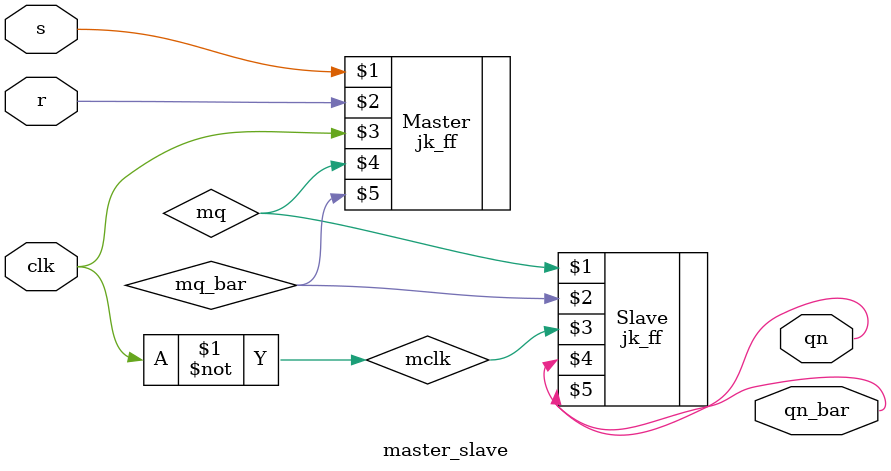
<source format=v>
module master_slave(s,r,clk,qn,qn_bar,);
input s,r,clk;
output qn,qn_bar;


wire mq;
wire mq_bar;
wire mclk;
assign mclk= ~clk;


jk_ff Master(s,r,clk,mq,mq_bar);
jk_ff Slave(mq,mq_bar,mclk,qn,qn_bar);

endmodule

</source>
